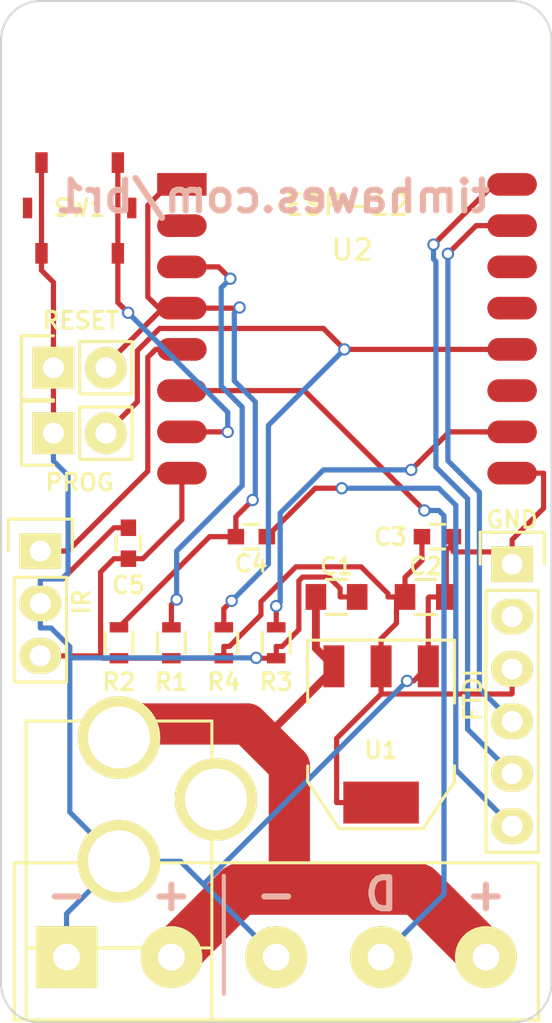
<source format=kicad_pcb>
(kicad_pcb (version 20171130) (host pcbnew "(5.1.12)-1")

  (general
    (thickness 1.6)
    (drawings 16)
    (tracks 221)
    (zones 0)
    (modules 18)
    (nets 14)
  )

  (page A4)
  (layers
    (0 F.Cu signal)
    (31 B.Cu signal)
    (32 B.Adhes user)
    (33 F.Adhes user)
    (34 B.Paste user)
    (35 F.Paste user)
    (36 B.SilkS user)
    (37 F.SilkS user)
    (38 B.Mask user)
    (39 F.Mask user)
    (40 Dwgs.User user)
    (41 Cmts.User user)
    (42 Eco1.User user)
    (43 Eco2.User user)
    (44 Edge.Cuts user)
    (45 Margin user)
    (46 B.CrtYd user)
    (47 F.CrtYd user)
    (48 B.Fab user)
    (49 F.Fab user)
  )

  (setup
    (last_trace_width 0.25)
    (user_trace_width 0.254)
    (user_trace_width 0.381)
    (user_trace_width 2)
    (user_trace_width 2.5)
    (trace_clearance 0.2)
    (zone_clearance 0.254)
    (zone_45_only yes)
    (trace_min 0.2)
    (via_size 0.6)
    (via_drill 0.4)
    (via_min_size 0.4)
    (via_min_drill 0.3)
    (uvia_size 0.3)
    (uvia_drill 0.1)
    (uvias_allowed no)
    (uvia_min_size 0.2)
    (uvia_min_drill 0.1)
    (edge_width 0.1)
    (segment_width 0.2)
    (pcb_text_width 0.3)
    (pcb_text_size 1.5 1.5)
    (mod_edge_width 0.15)
    (mod_text_size 1 1)
    (mod_text_width 0.15)
    (pad_size 3.6576 2.032)
    (pad_drill 0)
    (pad_to_mask_clearance 0)
    (aux_axis_origin 0 0)
    (visible_elements 7FFFFFFF)
    (pcbplotparams
      (layerselection 0x010f0_80000001)
      (usegerberextensions true)
      (usegerberattributes true)
      (usegerberadvancedattributes true)
      (creategerberjobfile true)
      (excludeedgelayer true)
      (linewidth 0.100000)
      (plotframeref false)
      (viasonmask false)
      (mode 1)
      (useauxorigin false)
      (hpglpennumber 1)
      (hpglpenspeed 20)
      (hpglpendiameter 15.000000)
      (psnegative false)
      (psa4output false)
      (plotreference true)
      (plotvalue true)
      (plotinvisibletext false)
      (padsonsilk false)
      (subtractmaskfromsilk true)
      (outputformat 1)
      (mirror false)
      (drillshape 0)
      (scaleselection 1)
      (outputdirectory "output/"))
  )

  (net 0 "")
  (net 1 +5V)
  (net 2 GND)
  (net 3 +3V3)
  (net 4 "Net-(C4-Pad1)")
  (net 5 RESET)
  (net 6 RX)
  (net 7 TX)
  (net 8 LED_DATA)
  (net 9 IR_DATA)
  (net 10 "Net-(R1-Pad2)")
  (net 11 "Net-(R3-Pad1)")
  (net 12 "Net-(SW1-Pad2)")
  (net 13 "Net-(P5-Pad2)")

  (net_class Default "This is the default net class."
    (clearance 0.2)
    (trace_width 0.25)
    (via_dia 0.6)
    (via_drill 0.4)
    (uvia_dia 0.3)
    (uvia_drill 0.1)
    (add_net +3V3)
    (add_net +5V)
    (add_net GND)
    (add_net IR_DATA)
    (add_net LED_DATA)
    (add_net "Net-(C4-Pad1)")
    (add_net "Net-(P5-Pad2)")
    (add_net "Net-(R1-Pad2)")
    (add_net "Net-(R3-Pad1)")
    (add_net "Net-(SW1-Pad2)")
    (add_net RESET)
    (add_net RX)
    (add_net TX)
  )

  (net_class "High Current" ""
    (clearance 0.2)
    (trace_width 2.5)
    (via_dia 0.6)
    (via_drill 0.4)
    (uvia_dia 0.3)
    (uvia_drill 0.1)
  )

  (module Capacitors_SMD:C_0805 (layer F.Cu) (tedit 56410C6D) (tstamp 563F8E06)
    (at 155.321 105.728)
    (descr "Capacitor SMD 0805, reflow soldering, AVX (see smccp.pdf)")
    (tags "capacitor 0805")
    (path /563F75BA)
    (attr smd)
    (fp_text reference C1 (at 0 -1.4859) (layer F.SilkS)
      (effects (font (size 0.8128 0.8128) (thickness 0.1524)))
    )
    (fp_text value CP (at 0 0.0127) (layer F.Fab) hide
      (effects (font (size 1 1) (thickness 0.15)))
    )
    (fp_line (start -0.5 0.85) (end 0.5 0.85) (layer F.SilkS) (width 0.15))
    (fp_line (start 0.5 -0.85) (end -0.5 -0.85) (layer F.SilkS) (width 0.15))
    (fp_line (start 1.8 -1) (end 1.8 1) (layer F.CrtYd) (width 0.05))
    (fp_line (start -1.8 -1) (end -1.8 1) (layer F.CrtYd) (width 0.05))
    (fp_line (start -1.8 1) (end 1.8 1) (layer F.CrtYd) (width 0.05))
    (fp_line (start -1.8 -1) (end 1.8 -1) (layer F.CrtYd) (width 0.05))
    (pad 1 smd rect (at -1 0) (size 1 1.25) (layers F.Cu F.Paste F.Mask)
      (net 1 +5V))
    (pad 2 smd rect (at 1 0) (size 1 1.25) (layers F.Cu F.Paste F.Mask)
      (net 2 GND))
    (model Capacitors_SMD.3dshapes/C_0805.wrl
      (at (xyz 0 0 0))
      (scale (xyz 1 1 1))
      (rotate (xyz 0 0 0))
    )
  )

  (module Capacitors_SMD:C_0805 (layer F.Cu) (tedit 56410C65) (tstamp 563F8E0C)
    (at 159.639 105.728)
    (descr "Capacitor SMD 0805, reflow soldering, AVX (see smccp.pdf)")
    (tags "capacitor 0805")
    (path /563F75F9)
    (attr smd)
    (fp_text reference C2 (at 0 -1.4859) (layer F.SilkS)
      (effects (font (size 0.8128 0.8128) (thickness 0.1524)))
    )
    (fp_text value CP (at 0 -0.0127) (layer F.Fab) hide
      (effects (font (size 1 1) (thickness 0.15)))
    )
    (fp_line (start -0.5 0.85) (end 0.5 0.85) (layer F.SilkS) (width 0.15))
    (fp_line (start 0.5 -0.85) (end -0.5 -0.85) (layer F.SilkS) (width 0.15))
    (fp_line (start 1.8 -1) (end 1.8 1) (layer F.CrtYd) (width 0.05))
    (fp_line (start -1.8 -1) (end -1.8 1) (layer F.CrtYd) (width 0.05))
    (fp_line (start -1.8 1) (end 1.8 1) (layer F.CrtYd) (width 0.05))
    (fp_line (start -1.8 -1) (end 1.8 -1) (layer F.CrtYd) (width 0.05))
    (pad 1 smd rect (at -1 0) (size 1 1.25) (layers F.Cu F.Paste F.Mask)
      (net 3 +3V3))
    (pad 2 smd rect (at 1 0) (size 1 1.25) (layers F.Cu F.Paste F.Mask)
      (net 2 GND))
    (model Capacitors_SMD.3dshapes/C_0805.wrl
      (at (xyz 0 0 0))
      (scale (xyz 1 1 1))
      (rotate (xyz 0 0 0))
    )
  )

  (module Capacitors_SMD:C_0603 (layer F.Cu) (tedit 56411147) (tstamp 563F8E12)
    (at 160.21 102.806)
    (descr "Capacitor SMD 0603, reflow soldering, AVX (see smccp.pdf)")
    (tags "capacitor 0603")
    (path /563F7C82)
    (attr smd)
    (fp_text reference C3 (at -2.2733 0.0127 180) (layer F.SilkS)
      (effects (font (size 0.8128 0.8128) (thickness 0.1524)))
    )
    (fp_text value 0.1uF (at 0.0127 0.0127) (layer F.Fab) hide
      (effects (font (size 1 1) (thickness 0.15)))
    )
    (fp_line (start 0.35 0.6) (end -0.35 0.6) (layer F.SilkS) (width 0.15))
    (fp_line (start -0.35 -0.6) (end 0.35 -0.6) (layer F.SilkS) (width 0.15))
    (fp_line (start 1.45 -0.75) (end 1.45 0.75) (layer F.CrtYd) (width 0.05))
    (fp_line (start -1.45 -0.75) (end -1.45 0.75) (layer F.CrtYd) (width 0.05))
    (fp_line (start -1.45 0.75) (end 1.45 0.75) (layer F.CrtYd) (width 0.05))
    (fp_line (start -1.45 -0.75) (end 1.45 -0.75) (layer F.CrtYd) (width 0.05))
    (pad 1 smd rect (at -0.75 0) (size 0.8 0.75) (layers F.Cu F.Paste F.Mask)
      (net 3 +3V3))
    (pad 2 smd rect (at 0.75 0) (size 0.8 0.75) (layers F.Cu F.Paste F.Mask)
      (net 2 GND))
    (model Capacitors_SMD.3dshapes/C_0603.wrl
      (at (xyz 0 0 0))
      (scale (xyz 1 1 1))
      (rotate (xyz 0 0 0))
    )
  )

  (module Capacitors_SMD:C_0603 (layer F.Cu) (tedit 56411139) (tstamp 563F8E18)
    (at 151.194 102.806 180)
    (descr "Capacitor SMD 0603, reflow soldering, AVX (see smccp.pdf)")
    (tags "capacitor 0603")
    (path /563FB063)
    (attr smd)
    (fp_text reference C4 (at 0.0127 -1.3081) (layer F.SilkS)
      (effects (font (size 0.8128 0.8128) (thickness 0.1524)))
    )
    (fp_text value 0.1uF (at 0.0127 -0.0127 180) (layer F.Fab) hide
      (effects (font (size 1 1) (thickness 0.15)))
    )
    (fp_line (start 0.35 0.6) (end -0.35 0.6) (layer F.SilkS) (width 0.15))
    (fp_line (start -0.35 -0.6) (end 0.35 -0.6) (layer F.SilkS) (width 0.15))
    (fp_line (start 1.45 -0.75) (end 1.45 0.75) (layer F.CrtYd) (width 0.05))
    (fp_line (start -1.45 -0.75) (end -1.45 0.75) (layer F.CrtYd) (width 0.05))
    (fp_line (start -1.45 0.75) (end 1.45 0.75) (layer F.CrtYd) (width 0.05))
    (fp_line (start -1.45 -0.75) (end 1.45 -0.75) (layer F.CrtYd) (width 0.05))
    (pad 1 smd rect (at -0.75 0 180) (size 0.8 0.75) (layers F.Cu F.Paste F.Mask)
      (net 4 "Net-(C4-Pad1)"))
    (pad 2 smd rect (at 0.75 0 180) (size 0.8 0.75) (layers F.Cu F.Paste F.Mask)
      (net 5 RESET))
    (model Capacitors_SMD.3dshapes/C_0603.wrl
      (at (xyz 0 0 0))
      (scale (xyz 1 1 1))
      (rotate (xyz 0 0 0))
    )
  )

  (module Capacitors_SMD:C_0603 (layer F.Cu) (tedit 564110CD) (tstamp 563F8E1E)
    (at 145.237 103.124 90)
    (descr "Capacitor SMD 0603, reflow soldering, AVX (see smccp.pdf)")
    (tags "capacitor 0603")
    (path /563F9DDE)
    (attr smd)
    (fp_text reference C5 (at -2.032 0 180) (layer F.SilkS)
      (effects (font (size 0.8128 0.8128) (thickness 0.1524)))
    )
    (fp_text value 0.1uF (at 0.0127 -0.0127 90) (layer F.Fab) hide
      (effects (font (size 1 1) (thickness 0.15)))
    )
    (fp_line (start 0.35 0.6) (end -0.35 0.6) (layer F.SilkS) (width 0.15))
    (fp_line (start -0.35 -0.6) (end 0.35 -0.6) (layer F.SilkS) (width 0.15))
    (fp_line (start 1.45 -0.75) (end 1.45 0.75) (layer F.CrtYd) (width 0.05))
    (fp_line (start -1.45 -0.75) (end -1.45 0.75) (layer F.CrtYd) (width 0.05))
    (fp_line (start -1.45 0.75) (end 1.45 0.75) (layer F.CrtYd) (width 0.05))
    (fp_line (start -1.45 -0.75) (end 1.45 -0.75) (layer F.CrtYd) (width 0.05))
    (pad 1 smd rect (at -0.75 0 90) (size 0.8 0.75) (layers F.Cu F.Paste F.Mask)
      (net 3 +3V3))
    (pad 2 smd rect (at 0.75 0 90) (size 0.8 0.75) (layers F.Cu F.Paste F.Mask)
      (net 2 GND))
    (model Capacitors_SMD.3dshapes/C_0603.wrl
      (at (xyz 0 0 0))
      (scale (xyz 1 1 1))
      (rotate (xyz 0 0 0))
    )
  )

  (module Resistors_SMD:R_0603 (layer F.Cu) (tedit 56410C39) (tstamp 563F8E55)
    (at 147.32 107.95 90)
    (descr "Resistor SMD 0603, reflow soldering, Vishay (see dcrcw.pdf)")
    (tags "resistor 0603")
    (path /563F8851)
    (attr smd)
    (fp_text reference R1 (at -1.905 0 180) (layer F.SilkS)
      (effects (font (size 0.8128 0.8128) (thickness 0.1524)))
    )
    (fp_text value 10K (at 0 0 90) (layer F.Fab) hide
      (effects (font (size 1 1) (thickness 0.15)))
    )
    (fp_line (start -0.5 -0.675) (end 0.5 -0.675) (layer F.SilkS) (width 0.15))
    (fp_line (start 0.5 0.675) (end -0.5 0.675) (layer F.SilkS) (width 0.15))
    (fp_line (start 1.3 -0.8) (end 1.3 0.8) (layer F.CrtYd) (width 0.05))
    (fp_line (start -1.3 -0.8) (end -1.3 0.8) (layer F.CrtYd) (width 0.05))
    (fp_line (start -1.3 0.8) (end 1.3 0.8) (layer F.CrtYd) (width 0.05))
    (fp_line (start -1.3 -0.8) (end 1.3 -0.8) (layer F.CrtYd) (width 0.05))
    (pad 1 smd rect (at -0.75 0 90) (size 0.5 0.9) (layers F.Cu F.Paste F.Mask)
      (net 3 +3V3))
    (pad 2 smd rect (at 0.75 0 90) (size 0.5 0.9) (layers F.Cu F.Paste F.Mask)
      (net 10 "Net-(R1-Pad2)"))
    (model Resistors_SMD.3dshapes/R_0603.wrl
      (at (xyz 0 0 0))
      (scale (xyz 1 1 1))
      (rotate (xyz 0 0 0))
    )
  )

  (module Resistors_SMD:R_0603 (layer F.Cu) (tedit 5641100D) (tstamp 563F8E5B)
    (at 144.78 107.95 90)
    (descr "Resistor SMD 0603, reflow soldering, Vishay (see dcrcw.pdf)")
    (tags "resistor 0603")
    (path /563FB430)
    (attr smd)
    (fp_text reference R2 (at -1.905 0 180) (layer F.SilkS)
      (effects (font (size 0.8128 0.8128) (thickness 0.1524)))
    )
    (fp_text value 10K (at 0 0 90) (layer F.Fab) hide
      (effects (font (size 1 1) (thickness 0.15)))
    )
    (fp_line (start -0.5 -0.675) (end 0.5 -0.675) (layer F.SilkS) (width 0.15))
    (fp_line (start 0.5 0.675) (end -0.5 0.675) (layer F.SilkS) (width 0.15))
    (fp_line (start 1.3 -0.8) (end 1.3 0.8) (layer F.CrtYd) (width 0.05))
    (fp_line (start -1.3 -0.8) (end -1.3 0.8) (layer F.CrtYd) (width 0.05))
    (fp_line (start -1.3 0.8) (end 1.3 0.8) (layer F.CrtYd) (width 0.05))
    (fp_line (start -1.3 -0.8) (end 1.3 -0.8) (layer F.CrtYd) (width 0.05))
    (pad 1 smd rect (at -0.75 0 90) (size 0.5 0.9) (layers F.Cu F.Paste F.Mask)
      (net 3 +3V3))
    (pad 2 smd rect (at 0.75 0 90) (size 0.5 0.9) (layers F.Cu F.Paste F.Mask)
      (net 5 RESET))
    (model Resistors_SMD.3dshapes/R_0603.wrl
      (at (xyz 0 0 0))
      (scale (xyz 1 1 1))
      (rotate (xyz 0 0 0))
    )
  )

  (module Resistors_SMD:R_0603 (layer F.Cu) (tedit 56410905) (tstamp 563F8E61)
    (at 152.4 107.95 270)
    (descr "Resistor SMD 0603, reflow soldering, Vishay (see dcrcw.pdf)")
    (tags "resistor 0603")
    (path /563F92ED)
    (attr smd)
    (fp_text reference R3 (at 1.905 0) (layer F.SilkS)
      (effects (font (size 0.8128 0.8128) (thickness 0.1524)))
    )
    (fp_text value 10K (at 0 1.9 270) (layer F.Fab) hide
      (effects (font (size 1 1) (thickness 0.15)))
    )
    (fp_line (start -0.5 -0.675) (end 0.5 -0.675) (layer F.SilkS) (width 0.15))
    (fp_line (start 0.5 0.675) (end -0.5 0.675) (layer F.SilkS) (width 0.15))
    (fp_line (start 1.3 -0.8) (end 1.3 0.8) (layer F.CrtYd) (width 0.05))
    (fp_line (start -1.3 -0.8) (end -1.3 0.8) (layer F.CrtYd) (width 0.05))
    (fp_line (start -1.3 0.8) (end 1.3 0.8) (layer F.CrtYd) (width 0.05))
    (fp_line (start -1.3 -0.8) (end 1.3 -0.8) (layer F.CrtYd) (width 0.05))
    (pad 1 smd rect (at -0.75 0 270) (size 0.5 0.9) (layers F.Cu F.Paste F.Mask)
      (net 11 "Net-(R3-Pad1)"))
    (pad 2 smd rect (at 0.75 0 270) (size 0.5 0.9) (layers F.Cu F.Paste F.Mask)
      (net 2 GND))
    (model Resistors_SMD.3dshapes/R_0603.wrl
      (at (xyz 0 0 0))
      (scale (xyz 1 1 1))
      (rotate (xyz 0 0 0))
    )
  )

  (module Resistors_SMD:R_0603 (layer F.Cu) (tedit 56410902) (tstamp 563F8E67)
    (at 149.86 107.95 90)
    (descr "Resistor SMD 0603, reflow soldering, Vishay (see dcrcw.pdf)")
    (tags "resistor 0603")
    (path /563F84D8)
    (attr smd)
    (fp_text reference R4 (at -1.905 0 180) (layer F.SilkS)
      (effects (font (size 0.8128 0.8128) (thickness 0.1524)))
    )
    (fp_text value 10K (at 0 1.9 90) (layer F.Fab) hide
      (effects (font (size 1 1) (thickness 0.15)))
    )
    (fp_line (start -0.5 -0.675) (end 0.5 -0.675) (layer F.SilkS) (width 0.15))
    (fp_line (start 0.5 0.675) (end -0.5 0.675) (layer F.SilkS) (width 0.15))
    (fp_line (start 1.3 -0.8) (end 1.3 0.8) (layer F.CrtYd) (width 0.05))
    (fp_line (start -1.3 -0.8) (end -1.3 0.8) (layer F.CrtYd) (width 0.05))
    (fp_line (start -1.3 0.8) (end 1.3 0.8) (layer F.CrtYd) (width 0.05))
    (fp_line (start -1.3 -0.8) (end 1.3 -0.8) (layer F.CrtYd) (width 0.05))
    (pad 1 smd rect (at -0.75 0 90) (size 0.5 0.9) (layers F.Cu F.Paste F.Mask)
      (net 3 +3V3))
    (pad 2 smd rect (at 0.75 0 90) (size 0.5 0.9) (layers F.Cu F.Paste F.Mask)
      (net 13 "Net-(P5-Pad2)"))
    (model Resistors_SMD.3dshapes/R_0603.wrl
      (at (xyz 0 0 0))
      (scale (xyz 1 1 1))
      (rotate (xyz 0 0 0))
    )
  )

  (module timhawes:EVQPT5 (layer F.Cu) (tedit 5641115E) (tstamp 563F8E71)
    (at 142.875 86.868)
    (path /563F94C6)
    (fp_text reference SW1 (at 0 0) (layer F.SilkS)
      (effects (font (size 0.8128 0.8128) (thickness 0.1524)))
    )
    (fp_text value SWITCH (at -2.1844 1.2192 90) (layer F.SilkS) hide
      (effects (font (size 1.5 1.5) (thickness 0.15)))
    )
    (pad 1 smd rect (at -1.85 -2.2) (size 0.6 1) (layers F.Cu F.Paste F.Mask)
      (net 2 GND))
    (pad 2 smd rect (at 1.85 -2.2) (size 0.6 1) (layers F.Cu F.Paste F.Mask)
      (net 12 "Net-(SW1-Pad2)"))
    (pad 1 smd rect (at -1.85 2.2) (size 0.6 1) (layers F.Cu F.Paste F.Mask)
      (net 2 GND))
    (pad 2 smd rect (at 1.85 2.2) (size 0.6 1) (layers F.Cu F.Paste F.Mask)
      (net 12 "Net-(SW1-Pad2)"))
    (pad "" smd rect (at -2.525 0) (size 0.45 1) (layers F.Cu F.Paste F.Mask))
    (pad "" smd rect (at 2.525 0) (size 0.45 1) (layers F.Cu F.Paste F.Mask))
  )

  (module TO_SOT_Packages_SMD:SOT-223 (layer F.Cu) (tedit 5641134B) (tstamp 563F8E79)
    (at 157.48 112.395 180)
    (descr "module CMS SOT223 4 pins")
    (tags "CMS SOT")
    (path /563F7524)
    (attr smd)
    (fp_text reference U1 (at 0 -0.762 180) (layer F.SilkS)
      (effects (font (size 0.8128 0.8128) (thickness 0.1524)))
    )
    (fp_text value NCP1117ST33T3G (at 0 0.762 180) (layer F.Fab) hide
      (effects (font (size 1 1) (thickness 0.15)))
    )
    (fp_line (start 3.556 -2.286) (end 3.556 -1.524) (layer F.SilkS) (width 0.15))
    (fp_line (start 2.032 -4.572) (end 3.556 -2.286) (layer F.SilkS) (width 0.15))
    (fp_line (start -2.032 -4.572) (end 2.032 -4.572) (layer F.SilkS) (width 0.15))
    (fp_line (start -3.556 -2.286) (end -2.032 -4.572) (layer F.SilkS) (width 0.15))
    (fp_line (start -3.556 -1.524) (end -3.556 -2.286) (layer F.SilkS) (width 0.15))
    (fp_line (start 3.556 4.572) (end 3.556 1.524) (layer F.SilkS) (width 0.15))
    (fp_line (start -3.556 4.572) (end 3.556 4.572) (layer F.SilkS) (width 0.15))
    (fp_line (start -3.556 1.524) (end -3.556 4.572) (layer F.SilkS) (width 0.15))
    (pad 4 smd rect (at 0 -3.302 180) (size 3.6576 2.032) (layers F.Cu F.Paste F.Mask)
      (net 3 +3V3) (zone_connect 2))
    (pad 2 smd rect (at 0 3.302 180) (size 1.016 2.032) (layers F.Cu F.Paste F.Mask)
      (net 3 +3V3))
    (pad 3 smd rect (at 2.286 3.302 180) (size 1.016 2.032) (layers F.Cu F.Paste F.Mask)
      (net 1 +5V))
    (pad 1 smd rect (at -2.286 3.302 180) (size 1.016 2.032) (layers F.Cu F.Paste F.Mask)
      (net 2 GND))
    (model TO_SOT_Packages_SMD.3dshapes/SOT-223.wrl
      (at (xyz 0 0 0))
      (scale (xyz 0.4 0.4 0.4))
      (rotate (xyz 0 0 0))
    )
  )

  (module timhawes:Terminal_Block_5.08mm_x5 (layer F.Cu) (tedit 56411359) (tstamp 563FA715)
    (at 152.4 123.19)
    (path /563FA767)
    (fp_text reference P1 (at 0 -3.175) (layer F.SilkS) hide
      (effects (font (size 1 1) (thickness 0.15)))
    )
    (fp_text value POWER (at 0 -5.715) (layer F.Fab) hide
      (effects (font (size 1 1) (thickness 0.15)))
    )
    (fp_line (start -12.7 -4.572) (end -12.7 3.048) (layer F.SilkS) (width 0.15))
    (fp_line (start 12.7 -4.572) (end -12.7 -4.572) (layer F.SilkS) (width 0.15))
    (fp_line (start 12.7 3.048) (end 12.7 -4.572) (layer F.SilkS) (width 0.15))
    (fp_line (start -12.7 3.048) (end 12.7 3.048) (layer F.SilkS) (width 0.15))
    (pad 1 thru_hole rect (at -10.16 0) (size 3 3) (drill 1.3) (layers *.Cu *.Mask F.SilkS)
      (net 2 GND))
    (pad 2 thru_hole circle (at -5.08 0) (size 3 3) (drill 1.3) (layers *.Cu *.Mask F.SilkS)
      (net 1 +5V))
    (pad 3 thru_hole circle (at 0 0) (size 3 3) (drill 1.3) (layers *.Cu *.Mask F.SilkS)
      (net 2 GND))
    (pad 4 thru_hole circle (at 5.08 0) (size 3 3) (drill 1.3) (layers *.Cu *.Mask F.SilkS)
      (net 8 LED_DATA))
    (pad 5 thru_hole circle (at 10.16 0) (size 3 3) (drill 1.3) (layers *.Cu *.Mask F.SilkS)
      (net 1 +5V))
  )

  (module Pin_Headers:Pin_Header_Straight_1x06 (layer F.Cu) (tedit 5641132E) (tstamp 563FA71D)
    (at 163.83 104.14)
    (descr "Through hole pin header")
    (tags "pin header")
    (path /563F7EFA)
    (fp_text reference P2 (at -2.032 13.208 90) (layer F.SilkS) hide
      (effects (font (size 1 1) (thickness 0.15)))
    )
    (fp_text value FTDI (at -1.905 6.35 90) (layer F.SilkS)
      (effects (font (size 0.8128 0.8128) (thickness 0.1524)))
    )
    (fp_line (start -1.55 -1.55) (end 1.55 -1.55) (layer F.SilkS) (width 0.15))
    (fp_line (start -1.55 0) (end -1.55 -1.55) (layer F.SilkS) (width 0.15))
    (fp_line (start 1.27 1.27) (end -1.27 1.27) (layer F.SilkS) (width 0.15))
    (fp_line (start 1.55 -1.55) (end 1.55 0) (layer F.SilkS) (width 0.15))
    (fp_line (start -1.27 13.97) (end -1.27 1.27) (layer F.SilkS) (width 0.15))
    (fp_line (start 1.27 13.97) (end -1.27 13.97) (layer F.SilkS) (width 0.15))
    (fp_line (start 1.27 1.27) (end 1.27 13.97) (layer F.SilkS) (width 0.15))
    (fp_line (start -1.75 14.45) (end 1.75 14.45) (layer F.CrtYd) (width 0.05))
    (fp_line (start -1.75 -1.75) (end 1.75 -1.75) (layer F.CrtYd) (width 0.05))
    (fp_line (start 1.75 -1.75) (end 1.75 14.45) (layer F.CrtYd) (width 0.05))
    (fp_line (start -1.75 -1.75) (end -1.75 14.45) (layer F.CrtYd) (width 0.05))
    (pad 1 thru_hole rect (at 0 0) (size 2.032 1.7272) (drill 1.016) (layers *.Cu *.Mask F.SilkS)
      (net 2 GND))
    (pad 2 thru_hole oval (at 0 2.54) (size 2.032 1.7272) (drill 1.016) (layers *.Cu *.Mask F.SilkS))
    (pad 3 thru_hole oval (at 0 5.08) (size 2.032 1.7272) (drill 1.016) (layers *.Cu *.Mask F.SilkS)
      (net 3 +3V3))
    (pad 4 thru_hole oval (at 0 7.62) (size 2.032 1.7272) (drill 1.016) (layers *.Cu *.Mask F.SilkS)
      (net 6 RX))
    (pad 5 thru_hole oval (at 0 10.16) (size 2.032 1.7272) (drill 1.016) (layers *.Cu *.Mask F.SilkS)
      (net 7 TX))
    (pad 6 thru_hole oval (at 0 12.7) (size 2.032 1.7272) (drill 1.016) (layers *.Cu *.Mask F.SilkS)
      (net 4 "Net-(C4-Pad1)"))
    (model Pin_Headers.3dshapes/Pin_Header_Straight_1x06.wrl
      (offset (xyz 0 -6.349999904632568 0))
      (scale (xyz 1 1 1))
      (rotate (xyz 0 0 90))
    )
  )

  (module Pin_Headers:Pin_Header_Straight_1x03 (layer F.Cu) (tedit 5641099E) (tstamp 563FA726)
    (at 140.97 103.505)
    (descr "Through hole pin header")
    (tags "pin header")
    (path /563F985E)
    (fp_text reference P3 (at 0 -2.286) (layer F.SilkS) hide
      (effects (font (size 1 1) (thickness 0.15)))
    )
    (fp_text value IR (at 2.0066 2.4638 90) (layer F.SilkS)
      (effects (font (size 0.8128 0.8128) (thickness 0.1524)))
    )
    (fp_line (start -1.55 -1.55) (end 1.55 -1.55) (layer F.SilkS) (width 0.15))
    (fp_line (start -1.55 0) (end -1.55 -1.55) (layer F.SilkS) (width 0.15))
    (fp_line (start 1.27 1.27) (end -1.27 1.27) (layer F.SilkS) (width 0.15))
    (fp_line (start 1.55 -1.55) (end 1.55 0) (layer F.SilkS) (width 0.15))
    (fp_line (start 1.27 6.35) (end 1.27 1.27) (layer F.SilkS) (width 0.15))
    (fp_line (start -1.27 6.35) (end 1.27 6.35) (layer F.SilkS) (width 0.15))
    (fp_line (start -1.27 1.27) (end -1.27 6.35) (layer F.SilkS) (width 0.15))
    (fp_line (start -1.75 6.85) (end 1.75 6.85) (layer F.CrtYd) (width 0.05))
    (fp_line (start -1.75 -1.75) (end 1.75 -1.75) (layer F.CrtYd) (width 0.05))
    (fp_line (start 1.75 -1.75) (end 1.75 6.85) (layer F.CrtYd) (width 0.05))
    (fp_line (start -1.75 -1.75) (end -1.75 6.85) (layer F.CrtYd) (width 0.05))
    (pad 1 thru_hole rect (at 0 0) (size 2.032 1.7272) (drill 1.016) (layers *.Cu *.Mask F.SilkS)
      (net 9 IR_DATA))
    (pad 2 thru_hole oval (at 0 2.54) (size 2.032 1.7272) (drill 1.016) (layers *.Cu *.Mask F.SilkS)
      (net 2 GND))
    (pad 3 thru_hole oval (at 0 5.08) (size 2.032 1.7272) (drill 1.016) (layers *.Cu *.Mask F.SilkS)
      (net 3 +3V3))
    (model Pin_Headers.3dshapes/Pin_Header_Straight_1x03.wrl
      (offset (xyz 0 -2.539999961853027 0))
      (scale (xyz 1 1 1))
      (rotate (xyz 0 0 90))
    )
  )

  (module Pin_Headers:Pin_Header_Straight_1x02 (layer F.Cu) (tedit 564109AD) (tstamp 563FA72C)
    (at 141.605 94.615 90)
    (descr "Through hole pin header")
    (tags "pin header")
    (path /563FA995)
    (fp_text reference P4 (at 0 -3.175 90) (layer F.SilkS) hide
      (effects (font (size 1 1) (thickness 0.15)))
    )
    (fp_text value RESET (at 2.286 1.3208 180) (layer F.SilkS)
      (effects (font (size 0.8128 0.8128) (thickness 0.1524)))
    )
    (fp_line (start -1.27 3.81) (end 1.27 3.81) (layer F.SilkS) (width 0.15))
    (fp_line (start -1.27 1.27) (end -1.27 3.81) (layer F.SilkS) (width 0.15))
    (fp_line (start -1.55 -1.55) (end 1.55 -1.55) (layer F.SilkS) (width 0.15))
    (fp_line (start -1.55 0) (end -1.55 -1.55) (layer F.SilkS) (width 0.15))
    (fp_line (start 1.27 1.27) (end -1.27 1.27) (layer F.SilkS) (width 0.15))
    (fp_line (start -1.75 4.3) (end 1.75 4.3) (layer F.CrtYd) (width 0.05))
    (fp_line (start -1.75 -1.75) (end 1.75 -1.75) (layer F.CrtYd) (width 0.05))
    (fp_line (start 1.75 -1.75) (end 1.75 4.3) (layer F.CrtYd) (width 0.05))
    (fp_line (start -1.75 -1.75) (end -1.75 4.3) (layer F.CrtYd) (width 0.05))
    (fp_line (start 1.55 -1.55) (end 1.55 0) (layer F.SilkS) (width 0.15))
    (fp_line (start 1.27 1.27) (end 1.27 3.81) (layer F.SilkS) (width 0.15))
    (pad 1 thru_hole rect (at 0 0 90) (size 2.032 2.032) (drill 1.016) (layers *.Cu *.Mask F.SilkS)
      (net 2 GND))
    (pad 2 thru_hole oval (at 0 2.54 90) (size 2.032 2.032) (drill 1.016) (layers *.Cu *.Mask F.SilkS)
      (net 5 RESET))
    (model Pin_Headers.3dshapes/Pin_Header_Straight_1x02.wrl
      (offset (xyz 0 -1.269999980926514 0))
      (scale (xyz 1 1 1))
      (rotate (xyz 0 0 90))
    )
  )

  (module Pin_Headers:Pin_Header_Straight_1x02 (layer F.Cu) (tedit 564109A3) (tstamp 563FA731)
    (at 141.605 97.79 90)
    (descr "Through hole pin header")
    (tags "pin header")
    (path /563F85FB)
    (fp_text reference P5 (at 0 -3.175 90) (layer F.SilkS) hide
      (effects (font (size 1 1) (thickness 0.15)))
    )
    (fp_text value PROG (at -2.3876 1.27 180) (layer F.SilkS)
      (effects (font (size 0.8128 0.8128) (thickness 0.1524)))
    )
    (fp_line (start -1.27 3.81) (end 1.27 3.81) (layer F.SilkS) (width 0.15))
    (fp_line (start -1.27 1.27) (end -1.27 3.81) (layer F.SilkS) (width 0.15))
    (fp_line (start -1.55 -1.55) (end 1.55 -1.55) (layer F.SilkS) (width 0.15))
    (fp_line (start -1.55 0) (end -1.55 -1.55) (layer F.SilkS) (width 0.15))
    (fp_line (start 1.27 1.27) (end -1.27 1.27) (layer F.SilkS) (width 0.15))
    (fp_line (start -1.75 4.3) (end 1.75 4.3) (layer F.CrtYd) (width 0.05))
    (fp_line (start -1.75 -1.75) (end 1.75 -1.75) (layer F.CrtYd) (width 0.05))
    (fp_line (start 1.75 -1.75) (end 1.75 4.3) (layer F.CrtYd) (width 0.05))
    (fp_line (start -1.75 -1.75) (end -1.75 4.3) (layer F.CrtYd) (width 0.05))
    (fp_line (start 1.55 -1.55) (end 1.55 0) (layer F.SilkS) (width 0.15))
    (fp_line (start 1.27 1.27) (end 1.27 3.81) (layer F.SilkS) (width 0.15))
    (pad 1 thru_hole rect (at 0 0 90) (size 2.032 2.032) (drill 1.016) (layers *.Cu *.Mask F.SilkS)
      (net 2 GND))
    (pad 2 thru_hole oval (at 0 2.54 90) (size 2.032 2.032) (drill 1.016) (layers *.Cu *.Mask F.SilkS)
      (net 13 "Net-(P5-Pad2)"))
    (model Pin_Headers.3dshapes/Pin_Header_Straight_1x02.wrl
      (offset (xyz 0 -1.269999980926514 0))
      (scale (xyz 1 1 1))
      (rotate (xyz 0 0 90))
    )
  )

  (module timhawes:ESP-12 (layer F.Cu) (tedit 563FE8FC) (tstamp 563FD685)
    (at 147.828 85.725)
    (descr "Module, ESP-8266, ESP-12, 16 pad, SMD")
    (tags "Module ESP-8266 ESP8266")
    (path /563F7AFF)
    (fp_text reference U2 (at 8.255 3.175) (layer F.SilkS)
      (effects (font (size 1 1) (thickness 0.15)))
    )
    (fp_text value ESP-12 (at 8 1) (layer F.SilkS)
      (effects (font (size 1 1) (thickness 0.15)))
    )
    (fp_line (start 0 -8.4) (end 16 -8.4) (layer F.Fab) (width 0.1524))
    (fp_line (start 0 15.6) (end 0 -8.4) (layer F.Fab) (width 0.1524))
    (fp_line (start 16 15.6) (end 0 15.6) (layer F.Fab) (width 0.1524))
    (fp_line (start 16 -8.4) (end 16 15.6) (layer F.Fab) (width 0.1524))
    (fp_line (start 16 -8.4) (end 0 -8.4) (layer F.CrtYd) (width 0.1524))
    (fp_line (start 16 -2.6) (end 16 -8.4) (layer F.CrtYd) (width 0.1524))
    (fp_line (start 0 -2.6) (end 16 -2.6) (layer F.CrtYd) (width 0.1524))
    (fp_line (start 0 -8.4) (end 0 -2.6) (layer F.CrtYd) (width 0.1524))
    (fp_line (start 0 -8.4) (end 16 -2.6) (layer F.CrtYd) (width 0.1524))
    (fp_line (start 16 -8.4) (end 0 -2.6) (layer F.CrtYd) (width 0.1524))
    (fp_text user "No Copper" (at 7.9 -5.4) (layer F.CrtYd)
      (effects (font (size 1 1) (thickness 0.15)))
    )
    (pad 1 smd rect (at 0 0) (size 2.4 1.1) (layers F.Cu F.Paste F.Mask)
      (net 5 RESET))
    (pad 2 smd oval (at 0 2) (size 2.4 1.1) (layers F.Cu F.Paste F.Mask))
    (pad 3 smd oval (at 0 4) (size 2.4 1.1) (layers F.Cu F.Paste F.Mask)
      (net 10 "Net-(R1-Pad2)"))
    (pad 4 smd oval (at 0 6) (size 2.4 1.1) (layers F.Cu F.Paste F.Mask)
      (net 5 RESET))
    (pad 5 smd oval (at 0 8) (size 2.4 1.1) (layers F.Cu F.Paste F.Mask)
      (net 9 IR_DATA))
    (pad 6 smd oval (at 0 10) (size 2.4 1.1) (layers F.Cu F.Paste F.Mask)
      (net 8 LED_DATA))
    (pad 7 smd oval (at 0 12) (size 2.4 1.1) (layers F.Cu F.Paste F.Mask)
      (net 12 "Net-(SW1-Pad2)"))
    (pad 8 smd oval (at 0 14) (size 2.4 1.1) (layers F.Cu F.Paste F.Mask)
      (net 3 +3V3))
    (pad 9 smd oval (at 16 14) (size 2.4 1.1) (layers F.Cu F.Paste F.Mask)
      (net 2 GND))
    (pad 10 smd oval (at 16 12) (size 2.4 1.1) (layers F.Cu F.Paste F.Mask)
      (net 11 "Net-(R3-Pad1)"))
    (pad 11 smd oval (at 16 10) (size 2.4 1.1) (layers F.Cu F.Paste F.Mask))
    (pad 12 smd oval (at 16 8) (size 2.4 1.1) (layers F.Cu F.Paste F.Mask)
      (net 13 "Net-(P5-Pad2)"))
    (pad 13 smd oval (at 16 6) (size 2.4 1.1) (layers F.Cu F.Paste F.Mask))
    (pad 14 smd oval (at 16 4) (size 2.4 1.1) (layers F.Cu F.Paste F.Mask))
    (pad 15 smd oval (at 16 2) (size 2.4 1.1) (layers F.Cu F.Paste F.Mask)
      (net 6 RX))
    (pad 16 smd oval (at 16 0) (size 2.4 1.1) (layers F.Cu F.Paste F.Mask)
      (net 7 TX))
  )

  (module timhawes:BARREL_JACK (layer F.Cu) (tedit 56410C4C) (tstamp 563F8E25)
    (at 144.78 118.745 90)
    (descr "DC Barrel Jack")
    (tags "Power Jack")
    (path /563F7806)
    (fp_text reference CON1 (at 3.1496 0.0508 180) (layer F.SilkS) hide
      (effects (font (size 1 1) (thickness 0.15)))
    )
    (fp_text value POWER (at 3.81 -3.175 90) (layer F.Fab) hide
      (effects (font (size 1 1) (thickness 0.15)))
    )
    (fp_line (start 7.00024 -4.50088) (end -7.50062 -4.50088) (layer F.SilkS) (width 0.15))
    (fp_line (start 7.00024 4.50088) (end 7.00024 -4.50088) (layer F.SilkS) (width 0.15))
    (fp_line (start -7.50062 4.50088) (end 7.00024 4.50088) (layer F.SilkS) (width 0.15))
    (fp_line (start -7.50062 -4.50088) (end -7.50062 4.50088) (layer F.SilkS) (width 0.15))
    (fp_line (start -4.0005 -4.50088) (end -4.0005 4.50088) (layer F.SilkS) (width 0.15))
    (pad 1 thru_hole circle (at 6.20014 0 90) (size 4 4) (drill 3) (layers *.Cu *.Mask F.SilkS)
      (net 1 +5V))
    (pad 2 thru_hole circle (at 0.20066 0 90) (size 4 4) (drill 3) (layers *.Cu *.Mask F.SilkS)
      (net 2 GND))
    (pad 3 thru_hole circle (at 3.2004 4.699 90) (size 4 4) (drill 3) (layers *.Cu *.Mask F.SilkS))
  )

  (gr_text GND (at 163.83 101.981) (layer F.SilkS)
    (effects (font (size 0.8128 0.8128) (thickness 0.1524)))
  )
  (gr_text + (at 147.32 120.142) (layer B.SilkS)
    (effects (font (size 1.5 1.5) (thickness 0.3)) (justify mirror))
  )
  (gr_text - (at 142.24 120.142) (layer B.SilkS)
    (effects (font (size 1.5 1.5) (thickness 0.3)) (justify mirror))
  )
  (gr_text - (at 152.4 120.142) (layer B.SilkS)
    (effects (font (size 1.5 1.5) (thickness 0.3)) (justify mirror))
  )
  (gr_text D (at 157.48 120.142) (layer B.SilkS)
    (effects (font (size 1.5 1.5) (thickness 0.3)) (justify mirror))
  )
  (gr_text + (at 162.56 120.142) (layer B.SilkS)
    (effects (font (size 1.5 1.5) (thickness 0.3)) (justify mirror))
  )
  (gr_text timhawes.com/br1 (at 152.2222 86.3092) (layer B.SilkS)
    (effects (font (size 1.5 1.5) (thickness 0.3)) (justify mirror))
  )
  (gr_line (start 149.86 119.253) (end 149.86 124.968) (angle 90) (layer B.SilkS) (width 0.2))
  (gr_line (start 140.97 126.365) (end 163.83 126.365) (angle 90) (layer Edge.Cuts) (width 0.1))
  (gr_line (start 139.065 78.74) (end 139.065 124.46) (angle 90) (layer Edge.Cuts) (width 0.1))
  (gr_line (start 140.97 76.835) (end 163.83 76.835) (angle 90) (layer Edge.Cuts) (width 0.1))
  (gr_line (start 165.735 124.46) (end 165.735 78.74) (angle 90) (layer Edge.Cuts) (width 0.1))
  (gr_arc (start 140.97 78.74) (end 139.065 78.74) (angle 90) (layer Edge.Cuts) (width 0.1))
  (gr_arc (start 140.97 124.46) (end 140.97 126.365) (angle 90) (layer Edge.Cuts) (width 0.1))
  (gr_arc (start 163.83 124.46) (end 165.735 124.46) (angle 90) (layer Edge.Cuts) (width 0.1))
  (gr_arc (start 163.83 78.74) (end 163.83 76.835) (angle 90) (layer Edge.Cuts) (width 0.1))

  (segment (start 145.109 112.216) (end 145.1089 112.216) (width 0.25) (layer F.Cu) (net 1))
  (segment (start 145.1089 112.216) (end 144.78 112.5449) (width 0.25) (layer F.Cu) (net 1))
  (segment (start 145.109 112.216) (end 145.438 111.887) (width 2) (layer F.Cu) (net 1))
  (segment (start 145.438 111.887) (end 151.003 111.887) (width 2) (layer F.Cu) (net 1))
  (segment (start 151.003 111.887) (end 151.765 112.649) (width 2) (layer F.Cu) (net 1))
  (segment (start 144.78 112.545) (end 145.109 112.216) (width 2) (layer F.Cu) (net 1))
  (segment (start 151.765 112.649) (end 153.035 113.919) (width 2) (layer F.Cu) (net 1))
  (segment (start 153.035 113.919) (end 153.035 119.507) (width 2) (layer F.Cu) (net 1))
  (segment (start 153.035 119.507) (end 152.654 119.888) (width 2) (layer F.Cu) (net 1))
  (segment (start 152.654 119.888) (end 159.258 119.888) (width 2.5) (layer F.Cu) (net 1))
  (segment (start 159.258 119.888) (end 162.56 123.19) (width 2.5) (layer F.Cu) (net 1))
  (segment (start 147.32 123.19) (end 150.622 119.888) (width 2.5) (layer F.Cu) (net 1))
  (segment (start 150.622 119.888) (end 152.654 119.888) (width 2.5) (layer F.Cu) (net 1))
  (segment (start 155.194 109.093) (end 154.321 108.22) (width 0.381) (layer F.Cu) (net 1))
  (segment (start 154.321 108.22) (end 154.321 105.728) (width 0.381) (layer F.Cu) (net 1))
  (segment (start 155.194 109.093) (end 155.194 109.479) (width 0.381) (layer F.Cu) (net 1))
  (segment (start 155.194 109.093) (end 155.194 109.22) (width 0.381) (layer F.Cu) (net 1))
  (segment (start 155.194 109.22) (end 151.765 112.649) (width 0.381) (layer F.Cu) (net 1))
  (segment (start 160.639 105.728) (end 159.8139 105.728) (width 0.25) (layer F.Cu) (net 2))
  (segment (start 148.8739 119.6638) (end 147.7543 118.5443) (width 0.25) (layer B.Cu) (net 2))
  (segment (start 147.7543 118.5443) (end 144.78 118.5443) (width 0.25) (layer B.Cu) (net 2))
  (segment (start 152.4 123.19) (end 148.8739 119.6638) (width 0.25) (layer B.Cu) (net 2))
  (segment (start 148.8739 119.6638) (end 158.7402 109.7975) (width 0.25) (layer B.Cu) (net 2))
  (segment (start 159.766 109.093) (end 159.0615 109.7975) (width 0.25) (layer F.Cu) (net 2))
  (segment (start 159.0615 109.7975) (end 158.7402 109.7975) (width 0.25) (layer F.Cu) (net 2))
  (segment (start 156.321 105.728) (end 155.4959 105.728) (width 0.25) (layer F.Cu) (net 2))
  (segment (start 159.766 107.8644) (end 159.766 105.7759) (width 0.25) (layer F.Cu) (net 2))
  (segment (start 159.766 105.7759) (end 159.8139 105.728) (width 0.25) (layer F.Cu) (net 2))
  (segment (start 159.766 109.093) (end 159.766 107.8644) (width 0.25) (layer F.Cu) (net 2))
  (segment (start 160.96 103.156) (end 160.639 103.477) (width 0.25) (layer F.Cu) (net 2))
  (segment (start 160.639 103.477) (end 160.639 105.728) (width 0.25) (layer F.Cu) (net 2))
  (segment (start 160.96 103.156) (end 160.96 103.5061) (width 0.25) (layer F.Cu) (net 2))
  (segment (start 160.96 102.806) (end 160.96 103.156) (width 0.25) (layer F.Cu) (net 2))
  (segment (start 142.3981 108.6816) (end 151.4287 108.6816) (width 0.25) (layer B.Cu) (net 2))
  (segment (start 140.97 107.2337) (end 141.4902 107.2337) (width 0.25) (layer B.Cu) (net 2))
  (segment (start 141.4902 107.2337) (end 142.3981 108.1416) (width 0.25) (layer B.Cu) (net 2))
  (segment (start 142.3981 108.1416) (end 142.3981 108.6816) (width 0.25) (layer B.Cu) (net 2))
  (segment (start 144.78 118.5443) (end 142.3981 116.1624) (width 0.25) (layer B.Cu) (net 2))
  (segment (start 142.3981 116.1624) (end 142.3981 108.6816) (width 0.25) (layer B.Cu) (net 2))
  (segment (start 152.4 108.7) (end 151.6249 108.7) (width 0.25) (layer F.Cu) (net 2))
  (segment (start 151.4287 108.6816) (end 151.6065 108.6816) (width 0.25) (layer F.Cu) (net 2))
  (segment (start 151.6065 108.6816) (end 151.6249 108.7) (width 0.25) (layer F.Cu) (net 2))
  (segment (start 152.4 108.7) (end 152.4 108.1249) (width 0.25) (layer F.Cu) (net 2))
  (segment (start 152.4 108.1249) (end 152.6875 108.1249) (width 0.25) (layer F.Cu) (net 2))
  (segment (start 152.6875 108.1249) (end 153.4958 107.3166) (width 0.25) (layer F.Cu) (net 2))
  (segment (start 153.4958 107.3166) (end 153.4958 104.9443) (width 0.25) (layer F.Cu) (net 2))
  (segment (start 153.4958 104.9443) (end 153.6777 104.7624) (width 0.25) (layer F.Cu) (net 2))
  (segment (start 153.6777 104.7624) (end 154.9428 104.7624) (width 0.25) (layer F.Cu) (net 2))
  (segment (start 154.9428 104.7624) (end 155.4959 105.3155) (width 0.25) (layer F.Cu) (net 2))
  (segment (start 155.4959 105.3155) (end 155.4959 105.728) (width 0.25) (layer F.Cu) (net 2))
  (segment (start 145.237 102.374) (end 144.5369 102.374) (width 0.25) (layer F.Cu) (net 2))
  (segment (start 140.97 106.045) (end 140.97 104.8563) (width 0.25) (layer F.Cu) (net 2))
  (segment (start 140.97 104.8563) (end 142.0546 104.8563) (width 0.25) (layer F.Cu) (net 2))
  (segment (start 142.0546 104.8563) (end 144.5369 102.374) (width 0.25) (layer F.Cu) (net 2))
  (segment (start 141.025 89.068) (end 141.025 84.668) (width 0.25) (layer F.Cu) (net 2))
  (segment (start 141.025 89.4805) (end 141.025 89.068) (width 0.25) (layer F.Cu) (net 2))
  (segment (start 141.025 89.4805) (end 141.025 89.8931) (width 0.25) (layer F.Cu) (net 2))
  (segment (start 140.97 106.045) (end 140.97 107.2337) (width 0.25) (layer B.Cu) (net 2))
  (segment (start 144.78 118.5443) (end 142.24 121.0843) (width 0.25) (layer B.Cu) (net 2))
  (segment (start 142.24 121.0843) (end 142.24 123.19) (width 0.25) (layer B.Cu) (net 2))
  (segment (start 163.83 103.5456) (end 160.9995 103.5456) (width 0.25) (layer F.Cu) (net 2))
  (segment (start 160.9995 103.5456) (end 160.96 103.5061) (width 0.25) (layer F.Cu) (net 2))
  (segment (start 163.83 103.5456) (end 163.83 102.9513) (width 0.25) (layer F.Cu) (net 2))
  (segment (start 163.83 104.14) (end 163.83 103.5456) (width 0.25) (layer F.Cu) (net 2))
  (segment (start 141.605 97.79) (end 141.605 99.1311) (width 0.25) (layer B.Cu) (net 2))
  (segment (start 140.97 106.045) (end 140.97 104.8563) (width 0.25) (layer B.Cu) (net 2))
  (segment (start 140.97 104.8563) (end 142.0101 104.8563) (width 0.25) (layer B.Cu) (net 2))
  (segment (start 142.0101 104.8563) (end 142.3112 104.5552) (width 0.25) (layer B.Cu) (net 2))
  (segment (start 142.3112 104.5552) (end 142.3112 99.8373) (width 0.25) (layer B.Cu) (net 2))
  (segment (start 142.3112 99.8373) (end 141.605 99.1311) (width 0.25) (layer B.Cu) (net 2))
  (segment (start 141.605 94.615) (end 141.605 90.4731) (width 0.25) (layer F.Cu) (net 2))
  (segment (start 141.605 90.4731) (end 141.025 89.8931) (width 0.25) (layer F.Cu) (net 2))
  (segment (start 141.605 97.79) (end 141.605 94.615) (width 0.25) (layer F.Cu) (net 2))
  (segment (start 163.828 99.725) (end 165.3531 99.725) (width 0.25) (layer F.Cu) (net 2))
  (segment (start 165.3531 99.725) (end 165.3531 101.4282) (width 0.25) (layer F.Cu) (net 2))
  (segment (start 165.3531 101.4282) (end 163.83 102.9513) (width 0.25) (layer F.Cu) (net 2))
  (via (at 158.7402 109.7975) (size 0.6) (layers F.Cu B.Cu) (net 2))
  (via (at 151.4287 108.6816) (size 0.6) (layers F.Cu B.Cu) (net 2))
  (segment (start 163.83 109.22) (end 163.83 110.4087) (width 0.25) (layer F.Cu) (net 3))
  (segment (start 163.83 110.4087) (end 163.8046 110.4341) (width 0.25) (layer F.Cu) (net 3))
  (segment (start 163.8046 110.4341) (end 157.48 110.4341) (width 0.25) (layer F.Cu) (net 3))
  (segment (start 157.48 109.093) (end 157.48 107.7519) (width 0.25) (layer F.Cu) (net 3))
  (segment (start 158.2265 105.728) (end 158.2265 107.0054) (width 0.25) (layer F.Cu) (net 3))
  (segment (start 158.2265 107.0054) (end 157.48 107.7519) (width 0.25) (layer F.Cu) (net 3))
  (segment (start 158.2265 105.728) (end 157.8139 105.728) (width 0.25) (layer F.Cu) (net 3))
  (segment (start 158.639 105.728) (end 158.2265 105.728) (width 0.25) (layer F.Cu) (net 3))
  (segment (start 157.8139 105.728) (end 157.8139 105.5688) (width 0.25) (layer F.Cu) (net 3))
  (segment (start 157.8139 105.5688) (end 156.5137 104.2686) (width 0.25) (layer F.Cu) (net 3))
  (segment (start 156.5137 104.2686) (end 153.3521 104.2686) (width 0.25) (layer F.Cu) (net 3))
  (segment (start 153.3521 104.2686) (end 151.6598 105.9609) (width 0.25) (layer F.Cu) (net 3))
  (segment (start 151.6598 105.9609) (end 151.6598 106.6002) (width 0.25) (layer F.Cu) (net 3))
  (segment (start 151.6598 106.6002) (end 150.1351 108.1249) (width 0.25) (layer F.Cu) (net 3))
  (segment (start 150.1351 108.1249) (end 149.86 108.1249) (width 0.25) (layer F.Cu) (net 3))
  (segment (start 158.639 105.728) (end 158.639 104.7779) (width 0.25) (layer F.Cu) (net 3))
  (segment (start 159.46 102.806) (end 159.46 103.9569) (width 0.25) (layer F.Cu) (net 3))
  (segment (start 159.46 103.9569) (end 158.639 104.7779) (width 0.25) (layer F.Cu) (net 3))
  (segment (start 149.86 108.7) (end 149.86 108.1249) (width 0.25) (layer F.Cu) (net 3))
  (segment (start 149.86 108.7) (end 147.32 108.7) (width 0.25) (layer F.Cu) (net 3))
  (segment (start 143.8899 108.585) (end 144.0049 108.7) (width 0.25) (layer F.Cu) (net 3))
  (segment (start 140.97 108.585) (end 143.8899 108.585) (width 0.25) (layer F.Cu) (net 3))
  (segment (start 143.8899 108.585) (end 143.8899 104.521) (width 0.25) (layer F.Cu) (net 3))
  (segment (start 143.8899 104.521) (end 144.5369 103.874) (width 0.25) (layer F.Cu) (net 3))
  (segment (start 145.237 103.874) (end 144.5369 103.874) (width 0.25) (layer F.Cu) (net 3))
  (segment (start 144.78 108.7) (end 147.32 108.7) (width 0.25) (layer F.Cu) (net 3))
  (segment (start 144.3925 108.7) (end 144.78 108.7) (width 0.25) (layer F.Cu) (net 3))
  (segment (start 144.3925 108.7) (end 144.0049 108.7) (width 0.25) (layer F.Cu) (net 3))
  (segment (start 157.48 109.093) (end 157.48 110.4341) (width 0.25) (layer F.Cu) (net 3))
  (segment (start 157.48 115.697) (end 155.3261 115.697) (width 0.25) (layer F.Cu) (net 3))
  (segment (start 155.3261 115.697) (end 155.3261 112.588) (width 0.25) (layer F.Cu) (net 3))
  (segment (start 155.3261 112.588) (end 157.48 110.4341) (width 0.25) (layer F.Cu) (net 3))
  (segment (start 145.237 103.874) (end 145.9371 103.874) (width 0.25) (layer F.Cu) (net 3))
  (segment (start 147.828 99.725) (end 147.828 101.9831) (width 0.25) (layer F.Cu) (net 3))
  (segment (start 147.828 101.9831) (end 145.9371 103.874) (width 0.25) (layer F.Cu) (net 3))
  (segment (start 155.575 100.457) (end 154.293 100.457) (width 0.254) (layer F.Cu) (net 4))
  (segment (start 154.293 100.457) (end 151.944 102.806) (width 0.254) (layer F.Cu) (net 4))
  (segment (start 163.83 116.84) (end 161.1 114.11) (width 0.254) (layer B.Cu) (net 4))
  (segment (start 161.1 114.11) (end 161.1 101.282) (width 0.254) (layer B.Cu) (net 4))
  (segment (start 161.1 101.282) (end 160.274 100.457) (width 0.254) (layer B.Cu) (net 4))
  (segment (start 160.274 100.457) (end 155.575 100.457) (width 0.254) (layer B.Cu) (net 4))
  (via (at 155.575 100.457) (size 0.6) (layers F.Cu B.Cu) (net 4))
  (segment (start 146.908 91.725) (end 144.145 94.488) (width 0.254) (layer F.Cu) (net 5))
  (segment (start 144.145 94.488) (end 144.145 94.615) (width 0.254) (layer F.Cu) (net 5))
  (segment (start 147.828 85.725) (end 147.193 85.725) (width 0.254) (layer F.Cu) (net 5))
  (segment (start 147.193 85.725) (end 146.177 86.741) (width 0.254) (layer F.Cu) (net 5))
  (segment (start 146.177 86.741) (end 146.177 91.186) (width 0.254) (layer F.Cu) (net 5))
  (segment (start 146.177 91.186) (end 146.716 91.725) (width 0.254) (layer F.Cu) (net 5))
  (segment (start 146.716 91.725) (end 146.908 91.725) (width 0.254) (layer F.Cu) (net 5))
  (segment (start 147.4315 91.725) (end 147.035 91.725) (width 0.254) (layer F.Cu) (net 5))
  (segment (start 147.828 91.725) (end 147.4315 91.725) (width 0.254) (layer F.Cu) (net 5))
  (segment (start 147.035 91.725) (end 146.908 91.725) (width 0.25) (layer F.Cu) (net 5))
  (segment (start 147.4315 91.725) (end 147.828 91.725) (width 0.25) (layer F.Cu) (net 5))
  (segment (start 147.035 91.725) (end 147.4315 91.725) (width 0.25) (layer F.Cu) (net 5))
  (segment (start 147.828 85.725) (end 147.066 85.725) (width 0.25) (layer F.Cu) (net 5))
  (segment (start 144.78 107.2) (end 149.174 102.806) (width 0.254) (layer F.Cu) (net 5))
  (segment (start 149.174 102.806) (end 150.444 102.806) (width 0.254) (layer F.Cu) (net 5))
  (segment (start 150.622 91.694) (end 150.368 91.948) (width 0.254) (layer B.Cu) (net 5))
  (segment (start 150.368 91.948) (end 150.368 95.25) (width 0.254) (layer B.Cu) (net 5))
  (segment (start 150.368 95.25) (end 151.384 96.266) (width 0.254) (layer B.Cu) (net 5))
  (segment (start 151.384 96.266) (end 151.384 100.902) (width 0.254) (layer B.Cu) (net 5))
  (segment (start 151.384 100.902) (end 151.257 101.028) (width 0.254) (layer B.Cu) (net 5))
  (segment (start 147.828 91.725) (end 150.591 91.725) (width 0.254) (layer F.Cu) (net 5))
  (segment (start 150.591 91.725) (end 150.622 91.694) (width 0.254) (layer F.Cu) (net 5))
  (segment (start 151.257 101.028) (end 150.444 101.842) (width 0.254) (layer F.Cu) (net 5))
  (segment (start 150.444 101.842) (end 150.444 102.806) (width 0.254) (layer F.Cu) (net 5))
  (via (at 150.622 91.694) (size 0.6) (layers F.Cu B.Cu) (net 5))
  (via (at 151.257 101.028) (size 0.6) (layers F.Cu B.Cu) (net 5))
  (segment (start 163.828 87.725) (end 162.084 87.725) (width 0.254) (layer F.Cu) (net 6))
  (segment (start 162.084 87.725) (end 160.718 89.0905) (width 0.254) (layer F.Cu) (net 6))
  (segment (start 163.83 111.76) (end 162.242 110.172) (width 0.254) (layer B.Cu) (net 6))
  (segment (start 162.242 110.172) (end 162.242 100.648) (width 0.254) (layer B.Cu) (net 6))
  (segment (start 162.242 100.648) (end 160.718 99.1235) (width 0.254) (layer B.Cu) (net 6))
  (segment (start 160.718 99.1235) (end 160.718 89.0905) (width 0.254) (layer B.Cu) (net 6))
  (via (at 160.718 89.0905) (size 0.6) (layers F.Cu B.Cu) (net 6))
  (segment (start 163.83 114.3) (end 161.671 112.141) (width 0.254) (layer B.Cu) (net 7))
  (segment (start 161.671 112.141) (end 161.671 100.965) (width 0.254) (layer B.Cu) (net 7))
  (segment (start 161.671 100.965) (end 160.137 99.4315) (width 0.254) (layer B.Cu) (net 7))
  (segment (start 160.137 99.4315) (end 160.137 89.462) (width 0.254) (layer B.Cu) (net 7))
  (segment (start 160.137 89.462) (end 160.02 89.3445) (width 0.254) (layer B.Cu) (net 7))
  (segment (start 160.02 89.3445) (end 160.02 88.646) (width 0.254) (layer B.Cu) (net 7))
  (segment (start 163.828 85.725) (end 162.941 85.725) (width 0.254) (layer F.Cu) (net 7))
  (segment (start 162.941 85.725) (end 160.02 88.646) (width 0.254) (layer F.Cu) (net 7))
  (via (at 160.02 88.646) (size 0.6) (layers F.Cu B.Cu) (net 7))
  (segment (start 157.48 123.19) (end 160.528 120.142) (width 0.254) (layer B.Cu) (net 8))
  (segment (start 160.528 120.142) (end 160.528 101.79) (width 0.254) (layer B.Cu) (net 8))
  (segment (start 160.528 101.79) (end 160.274 101.536) (width 0.254) (layer B.Cu) (net 8))
  (segment (start 160.274 101.536) (end 159.576 101.536) (width 0.254) (layer B.Cu) (net 8))
  (segment (start 159.576 101.536) (end 153.764 95.725) (width 0.254) (layer F.Cu) (net 8))
  (segment (start 153.764 95.725) (end 147.828 95.725) (width 0.254) (layer F.Cu) (net 8))
  (via (at 159.576 101.536) (size 0.6) (layers F.Cu B.Cu) (net 8))
  (segment (start 147.828 93.725) (end 146.559 93.725) (width 0.254) (layer F.Cu) (net 9))
  (segment (start 146.559 93.725) (end 146.177 94.107) (width 0.254) (layer F.Cu) (net 9))
  (segment (start 146.177 94.107) (end 146.177 99.6315) (width 0.254) (layer F.Cu) (net 9))
  (segment (start 146.177 99.6315) (end 142.304 103.505) (width 0.254) (layer F.Cu) (net 9))
  (segment (start 142.304 103.505) (end 140.97 103.505) (width 0.254) (layer F.Cu) (net 9))
  (segment (start 147.828 89.725) (end 149.606 89.725) (width 0.254) (layer F.Cu) (net 10))
  (segment (start 149.606 89.725) (end 150.178 90.297) (width 0.254) (layer F.Cu) (net 10))
  (segment (start 150.178 90.297) (end 149.733 90.7415) (width 0.254) (layer B.Cu) (net 10))
  (segment (start 149.733 90.7415) (end 149.733 95.504) (width 0.254) (layer B.Cu) (net 10))
  (segment (start 149.733 95.504) (end 150.749 96.52) (width 0.254) (layer B.Cu) (net 10))
  (segment (start 150.749 96.52) (end 150.749 100.33) (width 0.254) (layer B.Cu) (net 10))
  (segment (start 150.749 100.33) (end 147.574 103.505) (width 0.254) (layer B.Cu) (net 10))
  (segment (start 147.574 103.505) (end 147.574 105.854) (width 0.254) (layer B.Cu) (net 10))
  (segment (start 147.574 105.854) (end 147.32 106.108) (width 0.254) (layer F.Cu) (net 10))
  (segment (start 147.32 106.108) (end 147.32 107.2) (width 0.254) (layer F.Cu) (net 10))
  (via (at 150.178 90.297) (size 0.6) (layers F.Cu B.Cu) (net 10))
  (via (at 147.574 105.854) (size 0.6) (layers F.Cu B.Cu) (net 10))
  (segment (start 163.098 97.725) (end 163.828 97.725) (width 0.25) (layer F.Cu) (net 11))
  (segment (start 163.098 97.725) (end 160.784 97.725) (width 0.254) (layer F.Cu) (net 11))
  (segment (start 160.784 97.725) (end 158.94 99.568) (width 0.254) (layer F.Cu) (net 11))
  (segment (start 158.94 99.568) (end 154.686 99.568) (width 0.254) (layer B.Cu) (net 11))
  (segment (start 154.686 99.568) (end 152.59 101.664) (width 0.254) (layer B.Cu) (net 11))
  (segment (start 152.59 101.664) (end 152.59 105.982) (width 0.254) (layer B.Cu) (net 11))
  (segment (start 152.59 105.982) (end 152.4 106.172) (width 0.254) (layer B.Cu) (net 11))
  (segment (start 152.4 106.172) (end 152.4 107.2) (width 0.254) (layer F.Cu) (net 11))
  (via (at 152.4 106.172) (size 0.6) (layers F.Cu B.Cu) (net 11))
  (via (at 158.94 99.568) (size 0.6) (layers F.Cu B.Cu) (net 11))
  (segment (start 144.725 89.068) (end 144.725 91.4485) (width 0.254) (layer F.Cu) (net 12))
  (segment (start 144.725 91.4485) (end 145.224 91.948) (width 0.254) (layer F.Cu) (net 12))
  (segment (start 144.725 84.668) (end 144.725 89.068) (width 0.254) (layer F.Cu) (net 12))
  (segment (start 150.05 97.7265) (end 150.049 97.725) (width 0.254) (layer F.Cu) (net 12))
  (segment (start 150.049 97.725) (end 147.828 97.725) (width 0.254) (layer F.Cu) (net 12))
  (segment (start 145.224 91.948) (end 150.05 96.774) (width 0.254) (layer B.Cu) (net 12))
  (segment (start 150.05 96.774) (end 150.05 97.7265) (width 0.254) (layer B.Cu) (net 12))
  (via (at 150.05 97.7265) (size 0.6) (layers F.Cu B.Cu) (net 12))
  (via (at 145.224 91.948) (size 0.6) (layers F.Cu B.Cu) (net 12))
  (segment (start 155.702 93.725) (end 163.828 93.725) (width 0.254) (layer F.Cu) (net 13))
  (segment (start 155.701 93.725) (end 155.702 93.725) (width 0.254) (layer F.Cu) (net 13))
  (segment (start 144.145 97.79) (end 145.669 96.266) (width 0.254) (layer F.Cu) (net 13))
  (segment (start 145.669 96.266) (end 145.669 93.7895) (width 0.254) (layer F.Cu) (net 13))
  (segment (start 145.669 93.7895) (end 146.748 92.71) (width 0.254) (layer F.Cu) (net 13))
  (segment (start 146.748 92.71) (end 154.686 92.71) (width 0.254) (layer F.Cu) (net 13))
  (segment (start 154.686 92.71) (end 155.701 93.725) (width 0.254) (layer F.Cu) (net 13))
  (segment (start 149.86 107.2) (end 149.86 106.299) (width 0.254) (layer F.Cu) (net 13))
  (segment (start 149.86 106.299) (end 150.241 105.918) (width 0.254) (layer F.Cu) (net 13))
  (segment (start 150.241 105.918) (end 152.019 104.14) (width 0.254) (layer B.Cu) (net 13))
  (segment (start 152.019 104.14) (end 152.019 97.409) (width 0.254) (layer B.Cu) (net 13))
  (segment (start 152.019 97.409) (end 155.702 93.726) (width 0.254) (layer B.Cu) (net 13))
  (segment (start 155.702 93.726) (end 155.702 93.725) (width 0.254) (layer F.Cu) (net 13))
  (segment (start 155.702 93.725) (end 155.701 93.725) (width 0.254) (layer F.Cu) (net 13))
  (via (at 150.241 105.918) (size 0.6) (layers F.Cu B.Cu) (net 13))
  (via (at 155.702 93.726) (size 0.6) (layers F.Cu B.Cu) (net 13))

)

</source>
